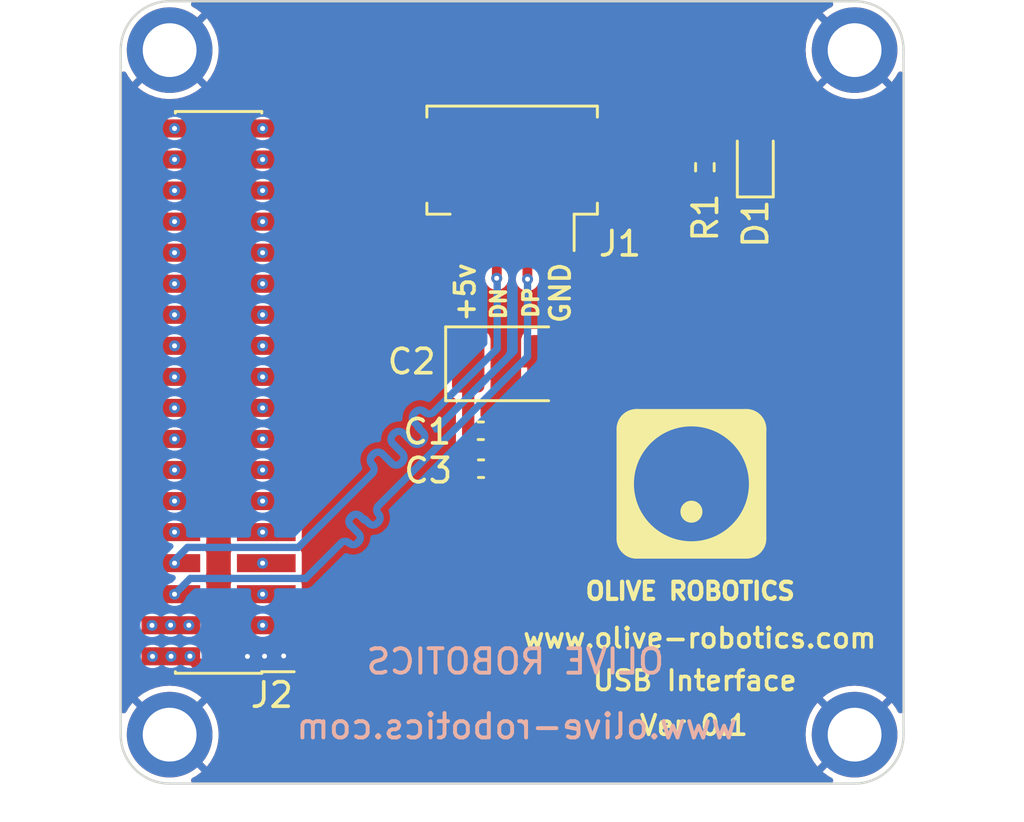
<source format=kicad_pcb>
(kicad_pcb (version 20221018) (generator pcbnew)
  (layers (0 "F.Cu" signal) (31 "B.Cu" signal) (34 "B.Paste" user) (35 "F.Paste" user) (36 "B.SilkS" user "B.Silkscreen") (37 "F.SilkS" user "F.Silkscreen") (38 "B.Mask" user) (39 "F.Mask" user) (44 "Edge.Cuts" user))
  (net 0 "")
  (net 1 "GND")
  (net 2 "+5V")
  (net 3 "+3V3")
  (net 4 "/I2C1_SCL")
  (net 5 "/I2C1_SDA")
  (net 6 "Net-(D1-K)")
  (net 7 "/USB_OSD_D_N")
  (net 8 "/USB_OSD_D_P")
  (net 9 "/CAN_ST")
  (net 10 "/CAN_RX")
  (net 11 "/OSD_ADC_1")
  (net 12 "/CAN_TX")
  (net 13 "/OSD_ADC_0")
  (net 14 "/I2C6_SDA")
  (net 15 "/I2C6_SCL")
  (net 16 "/TTL_TXD")
  (net 17 "/TTL_RXD")
  (net 18 "/USB_OSD1_D_P")
  (net 19 "/USB_OSD1_D_N")
  (net 20 "/OSD_PWM_3")
  (net 21 "/OSD_ADC_6")
  (net 22 "/OSD_ADC_5")
  (net 23 "/OSD_ADC_7")
  (net 24 "/OSD_ADC_3")
  (net 25 "/OSD_ADC_2")
  (net 26 "/OSD_PWM_2")
  (net 27 "/OSD_ADC_4")
  (net 28 "/OSD_PWM_1")
  (net 29 "/OSD_PWM_0")
  (net 30 "/OSD_PWM_7")
  (net 31 "/OSD_PWM_6")
  (net 32 "/OSD_PWM_4")
  (net 33 "/OSD_PWM_5")
  (net 34 "/SPI-NSS")
  (net 35 "/SPI-CLK")
  (net 36 "/SPI-MISO")
  (net 37 "/SPI-MOSI")
  (footprint "Connector_PinHeader_1.27mm:PinHeader_2x18_P1.27mm_Vertical_SMD" (layer "F.Cu") (at 4 -16 180)
    (fp_text reference "J2" (at -2.18 -12.38 180) (layer "F.SilkS"))
    (fp_text value "Conn_02x18_Odd_Even")
    (fp_line (start -3.09 -11.425) (end -1.765 -11.425) (stroke (width 0.12)) (layer "F.SilkS"))
    (fp_line (start -1.765 -11.49) (end -1.765 -11.425) (stroke (width 0.12)) (layer "F.SilkS"))
    (fp_line (start -1.765 -11.49) (end 1.765 -11.49) (stroke (width 0.12)) (layer "F.SilkS"))
    (fp_line (start -1.765 11.425) (end -1.765 11.49) (stroke (width 0.12)) (layer "F.SilkS"))
    (fp_line (start -1.765 11.49) (end 1.765 11.49) (stroke (width 0.12)) (layer "F.SilkS"))
    (fp_line (start 1.765 -11.49) (end 1.765 -11.425) (stroke (width 0.12)) (layer "F.SilkS"))
    (fp_line (start 1.765 11.425) (end 1.765 11.49) (stroke (width 0.12)) (layer "F.SilkS"))
    (pad "1" smd rect (at -1.95 -10.795 180) (size 2.4 0.74) (layers "F.Cu" "F.Paste" "F.Mask") (net 1 "GND"))
    (pad "2" smd rect (at 1.95 -10.795 180) (size 2.4 0.74) (layers "F.Cu" "F.Paste" "F.Mask") (net 2 "+5V"))
    (pad "3" smd rect (at -1.95 -9.525 180) (size 2.4 0.74) (layers "F.Cu" "F.Paste" "F.Mask") (net 9 "/CAN_ST"))
    (pad "4" smd rect (at 1.95 -9.525 180) (size 2.4 0.74) (layers "F.Cu" "F.Paste" "F.Mask") (net 3 "+3V3"))
    (pad "5" smd rect (at -1.95 -8.255 180) (size 2.4 0.74) (layers "F.Cu" "F.Paste" "F.Mask") (net 34 "/SPI-NSS"))
    (pad "6" smd rect (at 1.95 -8.255 180) (size 2.4 0.74) (layers "F.Cu" "F.Paste" "F.Mask") (net 18 "/USB_OSD1_D_P"))
    (pad "7" smd rect (at -1.95 -6.985 180) (size 2.4 0.74) (layers "F.Cu" "F.Paste" "F.Mask") (net 35 "/SPI-CLK"))
    (pad "8" smd rect (at 1.95 -6.985 180) (size 2.4 0.74) (layers "F.Cu" "F.Paste" "F.Mask") (net 19 "/USB_OSD1_D_N"))
    (pad "9" smd rect (at -1.95 -5.715 180) (size 2.4 0.74) (layers "F.Cu" "F.Paste" "F.Mask") (net 36 "/SPI-MISO"))
    (pad "10" smd rect (at 1.95 -5.715 180) (size 2.4 0.74) (layers "F.Cu" "F.Paste" "F.Mask") (net 8 "/USB_OSD_D_P"))
    (pad "11" smd rect (at -1.95 -4.445 180) (size 2.4 0.74) (layers "F.Cu" "F.Paste" "F.Mask") (net 37 "/SPI-MOSI"))
    (pad "12" smd rect (at 1.95 -4.445 180) (size 2.4 0.74) (layers "F.Cu" "F.Paste" "F.Mask") (net 7 "/USB_OSD_D_N"))
    (pad "13" smd rect (at -1.95 -3.175 180) (size 2.4 0.74) (layers "F.Cu" "F.Paste" "F.Mask") (net 5 "/I2C1_SDA"))
    (pad "14" smd rect (at 1.95 -3.175 180) (size 2.4 0.74) (layers "F.Cu" "F.Paste" "F.Mask") (net 14 "/I2C6_SDA"))
    (pad "15" smd rect (at -1.95 -1.905 180) (size 2.4 0.74) (layers "F.Cu" "F.Paste" "F.Mask") (net 4 "/I2C1_SCL"))
    (pad "16" smd rect (at 1.95 -1.905 180) (size 2.4 0.74) (layers "F.Cu" "F.Paste" "F.Mask") (net 15 "/I2C6_SCL"))
    (pad "17" smd rect (at -1.95 -0.635 180) (size 2.4 0.74) (layers "F.Cu" "F.Paste" "F.Mask") (net 10 "/CAN_RX"))
    (pad "18" smd rect (at 1.95 -0.635 180) (size 2.4 0.74) (layers "F.Cu" "F.Paste" "F.Mask") (net 17 "/TTL_RXD"))
    (pad "19" smd rect (at -1.95 0.635 180) (size 2.4 0.74) (layers "F.Cu" "F.Paste" "F.Mask") (net 12 "/CAN_TX"))
    (pad "20" smd rect (at 1.95 0.635 180) (size 2.4 0.74) (layers "F.Cu" "F.Paste" "F.Mask") (net 16 "/TTL_TXD"))
    (pad "21" smd rect (at -1.95 1.905 180) (size 2.4 0.74) (layers "F.Cu" "F.Paste" "F.Mask") (net 29 "/OSD_PWM_0"))
    (pad "22" smd rect (at 1.95 1.905 180) (size 2.4 0.74) (layers "F.Cu" "F.Paste" "F.Mask") (net 23 "/OSD_ADC_7"))
    (pad "23" smd rect (at -1.95 3.175 180) (size 2.4 0.74) (layers "F.Cu" "F.Paste" "F.Mask") (net 28 "/OSD_PWM_1"))
    (pad "24" smd rect (at 1.95 3.175 180) (size 2.4 0.74) (layers "F.Cu" "F.Paste" "F.Mask") (net 21 "/OSD_ADC_6"))
    (pad "25" smd rect (at -1.95 4.445 180) (size 2.4 0.74) (layers "F.Cu" "F.Paste" "F.Mask") (net 26 "/OSD_PWM_2"))
    (pad "26" smd rect (at 1.95 4.445 180) (size 2.4 0.74) (layers "F.Cu" "F.Paste" "F.Mask") (net 22 "/OSD_ADC_5"))
    (pad "27" smd rect (at -1.95 5.715 180) (size 2.4 0.74) (layers "F.Cu" "F.Paste" "F.Mask") (net 20 "/OSD_PWM_3"))
    (pad "28" smd rect (at 1.95 5.715 180) (size 2.4 0.74) (layers "F.Cu" "F.Paste" "F.Mask") (net 27 "/OSD_ADC_4"))
    (pad "29" smd rect (at -1.95 6.985 180) (size 2.4 0.74) (layers "F.Cu" "F.Paste" "F.Mask") (net 32 "/OSD_PWM_4"))
    (pad "30" smd rect (at 1.95 6.985 180) (size 2.4 0.74) (layers "F.Cu" "F.Paste" "F.Mask") (net 24 "/OSD_ADC_3"))
    (pad "31" smd rect (at -1.95 8.255 180) (size 2.4 0.74) (layers "F.Cu" "F.Paste" "F.Mask") (net 33 "/OSD_PWM_5"))
    (pad "32" smd rect (at 1.95 8.255 180) (size 2.4 0.74) (layers "F.Cu" "F.Paste" "F.Mask") (net 25 "/OSD_ADC_2"))
    (pad "33" smd rect (at -1.95 9.525 180) (size 2.4 0.74) (layers "F.Cu" "F.Paste" "F.Mask") (net 31 "/OSD_PWM_6"))
    (pad "34" smd rect (at 1.95 9.525 180) (size 2.4 0.74) (layers "F.Cu" "F.Paste" "F.Mask") (net 11 "/OSD_ADC_1"))
    (pad "35" smd rect (at -1.95 10.795 180) (size 2.4 0.74) (layers "F.Cu" "F.Paste" "F.Mask") (net 30 "/OSD_PWM_7"))
    (pad "36" smd rect (at 1.95 10.795 180) (size 2.4 0.74) (layers "F.Cu" "F.Paste" "F.Mask") (net 13 "/OSD_ADC_0"))
  )
  (footprint "Capacitor_Tantalum_SMD:CP_EIA-3528-21_Kemet-B" (layer "F.Cu") (at 15.7425 -17.17)
    (fp_text reference "C2" (at -3.8475 -0.09) (layer "F.SilkS"))
    (fp_text value "100uF")
    (fp_line (start -2.46 -1.51) (end -2.46 1.51) (stroke (width 0.12)) (layer "F.SilkS"))
    (fp_line (start -2.46 1.51) (end 1.75 1.51) (stroke (width 0.12)) (layer "F.SilkS"))
    (fp_line (start 1.75 -1.51) (end -2.46 -1.51) (stroke (width 0.12)) (layer "F.SilkS"))
    (pad "1" smd roundrect (at -1.5375 0) (size 1.325 2.35) (layers "F.Cu" "F.Paste" "F.Mask") (roundrect_rratio 0.1886792453) (net 2 "+5V"))
    (pad "2" smd roundrect (at 1.5375 0) (size 1.325 2.35) (layers "F.Cu" "F.Paste" "F.Mask") (roundrect_rratio 0.1886792453) (net 1 "GND"))
  )
  (footprint "MountingHole:MountingHole_2.2mm_M2_ISO7380_Pad" (layer "F.Cu") (at 2 -30)
    (fp_text reference "H3" hide)
    (fp_text value "MountingHole_Pad")
    (pad "1" thru_hole circle locked (at 0 0) (size 3.5 3.5) (drill 2.2) (layers "*.Cu" "*.Mask") (net 1 "GND"))
  )
  (footprint "Capacitor_SMD:C_0402_1005Metric" (layer "F.Cu") (at 14.73 -12.88)
    (fp_text reference "C3" (at -2.16 0.08) (layer "F.SilkS"))
    (fp_text value "100nF")
    (fp_line (start -0.107836 -0.36) (end 0.107836 -0.36) (stroke (width 0.12)) (layer "F.SilkS"))
    (fp_line (start -0.107836 0.36) (end 0.107836 0.36) (stroke (width 0.12)) (layer "F.SilkS"))
    (pad "1" smd roundrect (at -0.48 0) (size 0.56 0.62) (layers "F.Cu" "F.Paste" "F.Mask") (net 2 "+5V"))
    (pad "2" smd roundrect (at 0.48 0) (size 0.56 0.62) (layers "F.Cu" "F.Paste" "F.Mask") (net 1 "GND"))
  )
  (footprint "Symbol:OLV-Logo_6x6mm_SilkScreen" (layer "F.Cu") (at 23.33 -12.26)
    (fp_text reference "REF**" hide)
    (fp_text value "OLV-Logo_6x6mm_SilkScreen" hide)
    (fp_line (start -3.000443 2.22) (end -3 -2.22) (stroke (width 0.12)) (layer "F.SilkS"))
    (fp_line (start -2.24 -3) (end 2.18 -3) (stroke (width 0.12)) (layer "F.SilkS"))
    (fp_line (start 2.22 3.000443) (end -2.24 3.000443) (stroke (width 0.12)) (layer "F.SilkS"))
    (fp_line (start 3.000443 -2.26) (end 3.000443 2.200443) (stroke (width 0.12)) (layer "F.SilkS"))
    (fp_arc (start -3 -2.2) (mid -2.779557 -2.779557) (end -2.2 -3) (stroke (width 0.12)) (layer "F.SilkS"))
    (fp_arc (start -2.200443 3.000443) (mid -2.78 2.78) (end -3.000443 2.200443) (stroke (width 0.12)) (layer "F.SilkS"))
    (fp_arc (start 2.200443 -3.000443) (mid 2.78 -2.78) (end 3.000443 -2.200443) (stroke (width 0.12)) (layer "F.SilkS"))
    (fp_arc (start 3.000443 2.200443) (mid 2.78 2.78) (end 2.200443 3.000443) (stroke (width 0.12)) (layer "F.SilkS"))
    (fp_circle (center 0 0) (end 2.7 0) (stroke (width 0.7)) (fill none) (layer "F.SilkS"))
    (fp_circle (center 0 1.14) (end 0.4 1.14) (stroke (width 0.1)) (fill solid) (layer "F.SilkS"))
    (fp_poly (pts (xy -2.93 -2.32) (xy -2.84 -2.6) (xy -2.54 -2.92) (xy -2.09 -2.98) (xy -0.53 -2.99) (xy -0.41 -2.92) (xy -2.03 -1.43) (xy -2.96 -0.26)) (stroke (width 0.1)) (fill solid) (layer "F.SilkS"))
    (fp_poly (pts (xy -2.3 2.96) (xy -2.58 2.87) (xy -2.9 2.57) (xy -2.96 2.12) (xy -2.97 0.56) (xy -2.9 0.44) (xy -1.41 2.06) (xy -0.24 2.99)) (stroke (width 0.1)) (fill solid) (layer "F.SilkS"))
    (fp_poly (pts (xy 2.3 -2.97) (xy 2.58 -2.88) (xy 2.9 -2.58) (xy 2.96 -2.13) (xy 2.97 -0.57) (xy 2.9 -0.45) (xy 1.41 -2.07) (xy 0.24 -3)) (stroke (width 0.1)) (fill solid) (layer "F.SilkS"))
    (fp_poly (pts (xy 2.95 2.31) (xy 2.86 2.59) (xy 2.56 2.91) (xy 2.11 2.97) (xy 0.55 2.98) (xy 0.43 2.91) (xy 2.05 1.42) (xy 2.98 0.25)) (stroke (width 0.1)) (fill solid) (layer "F.SilkS"))
  )
  (footprint "MountingHole:MountingHole_2.2mm_M2_ISO7380_Pad" (layer "F.Cu") (at 2 -2)
    (fp_text reference "H1" hide)
    (fp_text value "MountingHole_Pad")
    (pad "1" thru_hole circle locked (at 0 0) (size 3.5 3.5) (drill 2.2) (layers "*.Cu" "*.Mask") (net 1 "GND"))
  )
  (footprint "MountingHole:MountingHole_2.2mm_M2_ISO7380_Pad" (layer "F.Cu") (at 30 -30)
    (fp_text reference "H4" hide)
    (fp_text value "MountingHole_Pad")
    (pad "1" thru_hole circle locked (at 0 0) (size 3.5 3.5) (drill 2.2) (layers "*.Cu" "*.Mask") (net 1 "GND"))
  )
  (footprint "Resistor_SMD:R_0402_1005Metric" (layer "F.Cu") (at 23.88 -25.21 -90)
    (fp_text reference "R1" (at 2.06 -0.02 90) (layer "F.SilkS"))
    (fp_text value "1K")
    (fp_line (start -0.153641 -0.38) (end 0.153641 -0.38) (stroke (width 0.12)) (layer "F.SilkS"))
    (fp_line (start -0.153641 0.38) (end 0.153641 0.38) (stroke (width 0.12)) (layer "F.SilkS"))
    (pad "1" smd roundrect (at -0.51 0 270) (size 0.54 0.64) (layers "F.Cu" "F.Paste" "F.Mask") (net 1 "GND"))
    (pad "2" smd roundrect (at 0.51 0 270) (size 0.54 0.64) (layers "F.Cu" "F.Paste" "F.Mask") (net 6 "Net-(D1-K)"))
  )
  (footprint "MountingHole:MountingHole_2.2mm_M2_ISO7380_Pad" (layer "F.Cu") (at 30 -2)
    (fp_text reference "H2" hide)
    (fp_text value "MountingHole_Pad")
    (pad "1" thru_hole circle locked (at 0 0) (size 3.5 3.5) (drill 2.2) (layers "*.Cu" "*.Mask") (net 1 "GND"))
  )
  (footprint "LED_SMD:LED_0603_1608Metric" (layer "F.Cu") (at 25.94 -25.48 90)
    (fp_text reference "D1" (at -2.58 0.01 90) (layer "F.SilkS"))
    (fp_text value "LED")
    (fp_line (start -1.485 -0.735) (end -1.485 0.735) (stroke (width 0.12)) (layer "F.SilkS"))
    (fp_line (start -1.485 0.735) (end 0.8 0.735) (stroke (width 0.12)) (layer "F.SilkS"))
    (fp_line (start 0.8 -0.735) (end -1.485 -0.735) (stroke (width 0.12)) (layer "F.SilkS"))
    (pad "1" smd roundrect (at -0.7875 0 90) (size 0.875 0.95) (layers "F.Cu" "F.Paste" "F.Mask") (net 6 "Net-(D1-K)"))
    (pad "2" smd roundrect (at 0.7875 0 90) (size 0.875 0.95) (layers "F.Cu" "F.Paste" "F.Mask") (net 2 "+5V"))
  )
  (footprint "Capacitor_SMD:C_0402_1005Metric" (layer "F.Cu") (at 14.72 -14.43)
    (fp_text reference "C1" (at -2.19 0.04) (layer "F.SilkS"))
    (fp_text value "100nF")
    (fp_line (start -0.107836 -0.36) (end 0.107836 -0.36) (stroke (width 0.12)) (layer "F.SilkS"))
    (fp_line (start -0.107836 0.36) (end 0.107836 0.36) (stroke (width 0.12)) (layer "F.SilkS"))
    (pad "1" smd roundrect (at -0.48 0) (size 0.56 0.62) (layers "F.Cu" "F.Paste" "F.Mask") (net 2 "+5V"))
    (pad "2" smd roundrect (at 0.48 0) (size 0.56 0.62) (layers "F.Cu" "F.Paste" "F.Mask") (net 1 "GND"))
  )
  (footprint "Connector_Molex:Molex_PicoBlade_53261-0471_1x04-1MP_P1.25mm_Horizontal" (layer "F.Cu") (at 16 -25 180)
    (fp_text reference "J1" (at -4.41 -2.92) (layer "F.SilkS"))
    (fp_text value "Conn_01x04_Male")
    (fp_line (start -3.485 -1.71) (end -2.535 -1.71) (stroke (width 0.12)) (layer "F.SilkS"))
    (fp_line (start -3.485 -1.26) (end -3.485 -1.71) (stroke (width 0.12)) (layer "F.SilkS"))
    (fp_line (start -3.485 2.26) (end -3.485 2.71) (stroke (width 0.12)) (layer "F.SilkS"))
    (fp_line (start -3.485 2.71) (end 3.485 2.71) (stroke (width 0.12)) (layer "F.SilkS"))
    (fp_line (start -2.535 -1.71) (end -2.535 -3.2) (stroke (width 0.12)) (layer "F.SilkS"))
    (fp_line (start 3.485 -1.71) (end 2.535 -1.71) (stroke (width 0.12)) (layer "F.SilkS"))
    (fp_line (start 3.485 -1.26) (end 3.485 -1.71) (stroke (width 0.12)) (layer "F.SilkS"))
    (fp_line (start 3.485 2.71) (end 3.485 2.26) (stroke (width 0.12)) (layer "F.SilkS"))
    (pad "1" smd roundrect (at -1.875 -2.4 180) (size 0.8 1.6) (layers "F.Cu" "F.Paste" "F.Mask") (net 1 "GND"))
    (pad "2" smd roundrect (at -0.625 -2.4 180) (size 0.8 1.6) (layers "F.Cu" "F.Paste" "F.Mask") (net 18 "/USB_OSD1_D_P"))
    (pad "3" smd roundrect (at 0.625 -2.4 180) (size 0.8 1.6) (layers "F.Cu" "F.Paste" "F.Mask") (net 19 "/USB_OSD1_D_N"))
    (pad "4" smd roundrect (at 1.875 -2.4 180) (size 0.8 1.6) (layers "F.Cu" "F.Paste" "F.Mask") (net 2 "+5V"))
    (pad "MP" smd roundrect (at -4.425 0.5 180) (size 2.1 3) (layers "F.Cu" "F.Paste" "F.Mask") (roundrect_rratio 0.1190480952))
    (pad "MP" smd roundrect (at 4.425 0.5 180) (size 2.1 3) (layers "F.Cu" "F.Paste" "F.Mask") (roundrect_rratio 0.1190480952))
  )
  (gr_arc locked (start 32 -2) (mid 31.414214 -0.585786) (end 30 0) (stroke (width 0.1)) (layer "Edge.Cuts"))
  (gr_line locked (start 30 -32) (end 2 -32) (stroke (width 0.1)) (layer "Edge.Cuts"))
  (gr_arc locked (start 30 -32) (mid 31.414214 -31.414214) (end 32 -30) (stroke (width 0.1)) (layer "Edge.Cuts"))
  (gr_arc locked (start 2 0) (mid 0.585787 -0.585786) (end 0.000001 -2) (stroke (width 0.1)) (layer "Edge.Cuts"))
  (gr_line (start 0 -30) (end 0.000001 -2) (stroke (width 0.1)) (layer "Edge.Cuts"))
  (gr_line (start 30 0) (end 2 0) (stroke (width 0.1)) (layer "Edge.Cuts"))
  (gr_line (start 32 -2) (end 32 -30) (stroke (width 0.1)) (layer "Edge.Cuts"))
  (gr_arc locked (start 0 -30) (mid 0.585786 -31.414214) (end 2 -32) (stroke (width 0.1)) (layer "Edge.Cuts"))
  (gr_text "www.olive-robotics.com" (at 16.19 -2.34) (layer "B.SilkS") (effects (font (size 1 1) (thickness 0.16)) (justify mirror)))
  (gr_text "OLIVE ROBOTICS" (at 16.13 -4.99) (layer "B.SilkS") (effects (font (size 1 1) (thickness 0.16)) (justify mirror)))
  (gr_text "OLIVE ROBOTICS" (at 23.28 -7.87) (layer "F.SilkS") (effects (font (size 0.7 0.7) (thickness 0.175))))
  (gr_text "www.olive-robotics.com" (at 23.67 -5.95) (layer "F.SilkS") (effects (font (size 0.8 0.8))))
  (gr_text "USB Interface" (at 23.47 -4.21) (layer "F.SilkS") (effects (font (size 0.8 0.8))))
  (gr_text "GND" (at 17.97 -20.07 90) (layer "F.SilkS") (effects (font (size 0.8 0.8))))
  (gr_text "Ver 0.1" (at 23.43 -2.38) (layer "F.SilkS") (effects (font (size 0.8 0.8))))
  (gr_text "+5v" (at 14.08 -20.09 90) (layer "F.SilkS") (effects (font (size 0.8 0.8))))
  (gr_text "DN" (at 15.45 -19.63 90) (layer "F.SilkS") (effects (font (size 0.6 0.6))))
  (gr_text "DP" (at 16.77 -19.67 90) (layer "F.SilkS") (effects (font (size 0.6 0.6))))
  (segment (start 29.532625 -30.415787) (end 29.950209 -29.998203) (width 0.2) (layer "F.Cu") (net 1))
  (segment (start 29.998203 -29.998203) (end 30 -30) (width 0.1) (layer "F.Cu") (net 1))
  (segment (start 29.950209 -29.998203) (end 29.998203 -29.998203) (width 0.1) (layer "F.Cu") (net 1))
  (via (at 5.18 -5.2) (size 0.45) (drill 0.2) (layers "F.Cu" "B.Cu") (net 1))
  (via (at 5.88 -5.21) (size 0.45) (drill 0.2) (layers "F.Cu" "B.Cu") (net 1))
  (via (at 6.66 -5.22) (size 0.45) (drill 0.2) (layers "F.Cu" "B.Cu") (net 1))
  (segment (start 24.52 -29.8) (end 16.35 -29.8) (width 0.4) (layer "F.Cu") (net 2))
  (segment (start 14.15 -22.145) (end 14.15 -17.86) (width 0.5) (layer "F.Cu") (net 2))
  (segment (start 25.94 -26.2675) (end 25.94 -28.38) (width 0.4) (layer "F.Cu") (net 2))
  (segment (start 14.275 -27.725) (end 14.275 -22.27) (width 0.4) (layer "F.Cu") (net 2))
  (segment (start 6.25 -1.78) (end 12.01 -1.78) (width 0.5) (layer "F.Cu") (net 2))
  (segment (start 14.205 -3.975) (end 14.205 -17.17) (width 0.5) (layer "F.Cu") (net 2))
  (segment (start 2.83 -5.21) (end 2.83 -5.2) (width 0.5) (layer "F.Cu") (net 2))
  (segment (start 25.94 -28.38) (end 24.52 -29.8) (width 0.4) (layer "F.Cu") (net 2))
  (segment (start 14.275 -22.27) (end 14.15 -22.145) (width 0.5) (layer "F.Cu") (net 2))
  (segment (start 12.01 -1.78) (end 14.205 -3.975) (width 0.5) (layer "F.Cu") (net 2))
  (segment (start 2.83 -5.2) (end 6.25 -1.78) (width 0.5) (layer "F.Cu") (net 2))
  (segment (start 16.35 -29.8) (end 14.275 -27.725) (width 0.4) (layer "F.Cu") (net 2))
  (via (at 1.3 -5.2) (size 0.45) (drill 0.2) (layers "F.Cu" "B.Cu") (net 2))
  (via (at 2.06 -5.205) (size 0.45) (drill 0.2) (layers "F.Cu" "B.Cu") (net 2))
  (via (at 2.83 -5.21) (size 0.45) (drill 0.2) (layers "F.Cu" "B.Cu") (net 2))
  (via (at 1.28 -6.47) (size 0.45) (drill 0.2) (layers "F.Cu" "B.Cu") (net 3))
  (via (at 2.04 -6.48) (size 0.45) (drill 0.2) (layers "F.Cu" "B.Cu") (net 3))
  (via (at 2.784602 -6.475) (size 0.45) (drill 0.2) (layers "F.Cu" "B.Cu") (net 3))
  (via (at 5.8 -14.095) (size 0.45) (drill 0.2) (layers "F.Cu" "B.Cu") (net 4))
  (via (at 5.8 -12.825) (size 0.45) (drill 0.2) (layers "F.Cu" "B.Cu") (net 5))
  (segment (start 23.88 -24.7) (end 25.9325 -24.7) (width 0.4) (layer "F.Cu") (net 6))
  (segment (start 25.9325 -24.7) (end 25.94 -24.6925) (width 0.1) (layer "F.Cu") (net 6))
  (via (at 2.2 -11.555) (size 0.45) (drill 0.2) (layers "F.Cu" "B.Cu") (net 7))
  (via (at 2.2 -10.285) (size 0.45) (drill 0.2) (layers "F.Cu" "B.Cu") (net 8))
  (segment (start 5.955 -6.47) (end 5.95 -6.475) (width 0.5) (layer "F.Cu") (net 9))
  (via (at 5.8 -6.475) (size 0.45) (drill 0.2) (layers "F.Cu" "B.Cu") (net 9))
  (via (at 5.8 -15.365) (size 0.45) (drill 0.2) (layers "F.Cu" "B.Cu") (net 10))
  (via (at 2.2 -25.525) (size 0.45) (drill 0.2) (layers "F.Cu" "B.Cu") (net 11))
  (via (at 5.8 -16.635) (size 0.45) (drill 0.2) (layers "F.Cu" "B.Cu") (net 12))
  (via (at 2.2 -26.795) (size 0.45) (drill 0.2) (layers "F.Cu" "B.Cu") (net 13))
  (via (at 2.2 -12.825) (size 0.45) (drill 0.2) (layers "F.Cu" "B.Cu") (net 14))
  (via (at 2.2 -14.095) (size 0.45) (drill 0.2) (layers "F.Cu" "B.Cu") (net 15))
  (via (at 2.2 -16.635) (size 0.45) (drill 0.2) (layers "F.Cu" "B.Cu") (net 16))
  (via (at 2.2 -15.365) (size 0.45) (drill 0.2) (layers "F.Cu" "B.Cu") (net 17))
  (segment (start 16.625 -22.6) (end 16.625 -20.635) (width 0.4) (layer "F.Cu") (net 18))
  (segment (start 16.625 -20.635) (end 16.63 -20.63) (width 0.2) (layer "F.Cu") (net 18))
  (segment (start 16.63 -20.63) (end 16.63 -20.6) (width 0.2) (layer "F.Cu") (net 18))
  (via (at 16.63 -20.63) (size 0.45) (drill 0.2) (layers "F.Cu" "B.Cu") (net 18))
  (via (at 2.2 -7.745) (size 0.45) (drill 0.2) (layers "F.Cu" "B.Cu") (net 18))
  (segment (start 10.534999 -11.034165) (end 10.535 -11.034164) (width 0.3) (layer "B.Cu") (net 18))
  (segment (start 9.455381 -10.947054) (end 9.455382 -10.947054) (width 0.3) (layer "B.Cu") (net 18))
  (segment (start 9.455382 -10.947054) (end 9.397308 -10.88898) (width 0.3) (layer "B.Cu") (net 18))
  (segment (start 9.397309 -10.558145) (end 9.397308 -10.558145) (width 0.3) (layer "B.Cu") (net 18))
  (segment (start 10.146089 -10.645252) (end 9.980671 -10.81067) (width 0.3) (layer "B.Cu") (net 18))
  (segment (start 9.728143 -9.89647) (end 9.728144 -9.896472) (width 0.3) (layer "B.Cu") (net 18))
  (segment (start 8.142504 -8.972504) (end 7.56 -8.39) (width 0.3) (layer "B.Cu") (net 18))
  (segment (start 9.397308 -10.558145) (end 9.728143 -10.227306) (width 0.3) (layer "B.Cu") (net 18))
  (segment (start 15.4 -16.23) (end 16.63 -17.46) (width 0.3) (layer "B.Cu") (net 18))
  (segment (start 7.56 -8.39) (end 2.845 -8.39) (width 0.3) (layer "B.Cu") (net 18))
  (segment (start 9.951636 -10.781636) (end 9.786217 -10.947054) (width 0.3) (layer "B.Cu") (net 18))
  (segment (start 9.728144 -9.896472) (end 9.67007 -9.838398) (width 0.3) (layer "B.Cu") (net 18))
  (segment (start 15.4 -16.23) (end 10.535 -11.365) (width 0.3) (layer "B.Cu") (net 18))
  (segment (start 9.980671 -10.81067) (end 9.951636 -10.781636) (width 0.3) (layer "B.Cu") (net 18))
  (segment (start 10.14609 -10.645253) (end 10.146091 -10.645253) (width 0.3) (layer "B.Cu") (net 18))
  (segment (start 2.845 -8.39) (end 2.2 -7.745) (width 0.3) (layer "B.Cu") (net 18))
  (segment (start 15.4 -16.24) (end 15.4 -16.23) (width 0.3) (layer "B.Cu") (net 18))
  (segment (start 10.535 -11.034164) (end 10.534999 -11.034162) (width 0.3) (layer "B.Cu") (net 18))
  (segment (start 9.339234 -9.838397) (end 9.339234 -9.838398) (width 0.3) (layer "B.Cu") (net 18))
  (segment (start 9.339235 -9.838399) (end 9.339234 -9.838397) (width 0.3) (layer "B.Cu") (net 18))
  (segment (start 10.534999 -10.703326) (end 10.476925 -10.645252) (width 0.3) (layer "B.Cu") (net 18))
  (segment (start 9.008398 -9.838398) (end 8.142504 -8.972504) (width 0.3) (layer "B.Cu") (net 18))
  (segment (start 10.146091 -10.645253) (end 10.146089 -10.645252) (width 0.3) (layer "B.Cu") (net 18))
  (segment (start 16.63 -17.46) (end 16.63 -20.63) (width 0.3) (layer "B.Cu") (net 18))
  (arc (start 10.476925 -10.645252) (mid 10.311507 -10.576734) (end 10.14609 -10.645253) (width 0.3) (layer "B.Cu") (net 18))
  (arc (start 9.67007 -9.838398) (mid 9.504652 -9.76988) (end 9.339235 -9.838399) (width 0.3) (layer "B.Cu") (net 18))
  (arc (start 9.339234 -9.838398) (mid 9.173816 -9.906916) (end 9.008398 -9.838398) (width 0.3) (layer "B.Cu") (net 18))
  (arc (start 9.397308 -10.88898) (mid 9.32879 -10.723562) (end 9.397309 -10.558145) (width 0.3) (layer "B.Cu") (net 18))
  (arc (start 10.534999 -11.034162) (mid 10.603517 -10.868744) (end 10.534999 -10.703326) (width 0.3) (layer "B.Cu") (net 18))
  (arc (start 9.786217 -10.947054) (mid 9.620799 -11.015572) (end 9.455381 -10.947054) (width 0.3) (layer "B.Cu") (net 18))
  (arc (start 9.728143 -10.227306) (mid 9.796661 -10.061888) (end 9.728143 -9.89647) (width 0.3) (layer "B.Cu") (net 18))
  (arc (start 10.535 -11.365) (mid 10.466481 -11.199583) (end 10.534999 -11.034165) (width 0.3) (layer "B.Cu") (net 18))
  (segment (start 15.375 -22.6) (end 15.375 -20.675) (width 0.4) (layer "F.Cu") (net 19))
  (segment (start 15.375 -20.675) (end 15.37 -20.67) (width 0.2) (layer "F.Cu") (net 19))
  (via (at 15.37 -20.67) (size 0.45) (drill 0.2) (layers "F.Cu" "B.Cu") (net 19))
  (via (at 2.2 -9.015) (size 0.45) (drill 0.2) (layers "F.Cu" "B.Cu") (net 19))
  (segment (start 15.39 -20.65) (end 15.37 -20.67) (width 0.3) (layer "B.Cu") (net 19))
  (segment (start 15.31 -17.71) (end 15.39 -17.79) (width 0.3) (layer "B.Cu") (net 19))
  (segment (start 11.127742 -13.902397) (end 11.502395 -13.52774) (width 0.3) (layer "B.Cu") (net 19))
  (segment (start 12.001081 -14.775735) (end 12.00108 -14.775735) (width 0.3) (layer "B.Cu") (net 19))
  (segment (start 12.188407 -14.588407) (end 12.163602 -14.563602) (width 0.3) (layer "B.Cu") (net 19))
  (segment (start 11.177352 -14.326662) (end 11.127742 -14.277052) (width 0.3) (layer "B.Cu") (net 19))
  (segment (start 11.739335 -14.139335) (end 11.552007 -14.326662) (width 0.3) (layer "B.Cu") (net 19))
  (segment (start 11.078131 -13.103477) (end 11.07813 -13.103475) (width 0.3) (layer "B.Cu") (net 19))
  (segment (start 11.07813 -13.103475) (end 10.890802 -13.290802) (width 0.3) (layer "B.Cu") (net 19))
  (segment (start 10.27921 -13.053864) (end 10.279209 -13.053864) (width 0.3) (layer "B.Cu") (net 19))
  (segment (start 7.26 -9.66) (end 2.73 -9.66) (width 0.3) (layer "B.Cu") (net 19))
  (segment (start 10.890802 -13.290802) (end 10.703474 -13.478129) (width 0.3) (layer "B.Cu") (net 19))
  (segment (start 12.425345 -15.199999) (end 12.425345 -15.2) (width 0.3) (layer "B.Cu") (net 19))
  (segment (start 2.2 -9.13) (end 2.2 -9.015) (width 0.3) (layer "B.Cu") (net 19))
  (segment (start 10.279209 -12.679209) (end 7.26 -9.66) (width 0.3) (layer "B.Cu") (net 19))
  (segment (start 12.05069 -15.2) (end 12.00108 -15.15039) (width 0.3) (layer "B.Cu") (net 19))
  (segment (start 11.926663 -13.952008) (end 11.739335 -14.139335) (width 0.3) (layer "B.Cu") (net 19))
  (segment (start 12.050689 -15.2) (end 12.05069 -15.2) (width 0.3) (layer "B.Cu") (net 19))
  (segment (start 12.00108 -14.775735) (end 12.188407 -14.588407) (width 0.3) (layer "B.Cu") (net 19))
  (segment (start 12.163602 -14.563602) (end 12.350928 -14.376273) (width 0.3) (layer "B.Cu") (net 19))
  (segment (start 11.502395 -13.153086) (end 11.502396 -13.153086) (width 0.3) (layer "B.Cu") (net 19))
  (segment (start 11.127743 -13.902397) (end 11.127742 -13.902397) (width 0.3) (layer "B.Cu") (net 19))
  (segment (start 2.73 -9.66) (end 2.2 -9.13) (width 0.3) (layer "B.Cu") (net 19))
  (segment (start 10.279209 -12.679208) (end 10.279209 -12.679209) (width 0.3) (layer "B.Cu") (net 19))
  (segment (start 15.32 -17.71) (end 15.31 -17.71) (width 0.3) (layer "B.Cu") (net 19))
  (segment (start 11.926664 -13.95201) (end 11.926663 -13.952008) (width 0.3) (layer "B.Cu") (net 19))
  (segment (start 11.177353 -14.326662) (end 11.177352 -14.326662) (width 0.3) (layer "B.Cu") (net 19))
  (segment (start 10.32882 -13.478129) (end 10.328819 -13.478129) (width 0.3) (layer "B.Cu") (net 19))
  (segment (start 10.328819 -13.478129) (end 10.279209 -13.428519) (width 0.3) (layer "B.Cu") (net 19))
  (segment (start 11.502396 -13.153086) (end 11.452786 -13.103476) (width 0.3) (layer "B.Cu") (net 19))
  (segment (start 12.350929 -14.001619) (end 12.301319 -13.952009) (width 0.3) (layer "B.Cu") (net 19))
  (segment (start 15.31 -17.71) (end 12.8 -15.2) (width 0.3) (layer "B.Cu") (net 19))
  (segment (start 15.39 -17.79) (end 15.39 -20.65) (width 0.3) (layer "B.Cu") (net 19))
  (segment (start 12.350928 -14.001619) (end 12.350929 -14.001619) (width 0.3) (layer "B.Cu") (net 19))
  (arc (start 10.279209 -13.053864) (mid 10.356803 -12.866536) (end 10.279209 -12.679208) (width 0.3) (layer "B.Cu") (net 19))
  (arc (start 11.552007 -14.326662) (mid 11.36468 -14.404255) (end 11.177353 -14.326662) (width 0.3) (layer "B.Cu") (net 19))
  (arc (start 12.301319 -13.952009) (mid 12.11399 -13.874415) (end 11.926664 -13.95201) (width 0.3) (layer "B.Cu") (net 19))
  (arc (start 11.452786 -13.103476) (mid 11.265457 -13.025882) (end 11.078131 -13.103477) (width 0.3) (layer "B.Cu") (net 19))
  (arc (start 12.8 -15.2) (mid 12.612673 -15.122406) (end 12.425345 -15.199999) (width 0.3) (layer "B.Cu") (net 19))
  (arc (start 10.279209 -13.428519) (mid 10.201616 -13.241191) (end 10.27921 -13.053864) (width 0.3) (layer "B.Cu") (net 19))
  (arc (start 11.127742 -14.277052) (mid 11.050149 -14.089724) (end 11.127743 -13.902397) (width 0.3) (layer "B.Cu") (net 19))
  (arc (start 12.00108 -15.15039) (mid 11.923487 -14.963062) (end 12.001081 -14.775735) (width 0.3) (layer "B.Cu") (net 19))
  (arc (start 10.703474 -13.478129) (mid 10.516147 -13.555722) (end 10.32882 -13.478129) (width 0.3) (layer "B.Cu") (net 19))
  (arc (start 12.350928 -14.376273) (mid 12.428521 -14.188946) (end 12.350928 -14.001619) (width 0.3) (layer "B.Cu") (net 19))
  (arc (start 12.425345 -15.2) (mid 12.238017 -15.277594) (end 12.050689 -15.2) (width 0.3) (layer "B.Cu") (net 19))
  (arc (start 11.502395 -13.52774) (mid 11.579988 -13.340413) (end 11.502395 -13.153086) (width 0.3) (layer "B.Cu") (net 19))
  (via (at 5.8 -21.715) (size 0.45) (drill 0.2) (layers "F.Cu" "B.Cu") (net 20))
  (via (at 2.2 -19.175) (size 0.45) (drill 0.2) (layers "F.Cu" "B.Cu") (net 21))
  (segment (start 2.188573 -19.186427) (end 2.2 -19.175) (width 0.2) (layer "B.Cu") (net 21))
  (via (at 2.2 -20.445) (size 0.45) (drill 0.2) (layers "F.Cu" "B.Cu") (net 22))
  (via (at 2.2 -17.905) (size 0.45) (drill 0.2) (layers "F.Cu" "B.Cu") (net 23))
  (via (at 2.2 -22.985) (size 0.45) (drill 0.2) (layers "F.Cu" "B.Cu") (net 24))
  (via (at 2.2 -24.255) (size 0.45) (drill 0.2) (layers "F.Cu" "B.Cu") (net 25))
  (via (at 5.8 -20.445) (size 0.45) (drill 0.2) (layers "F.Cu" "B.Cu") (net 26))
  (via (at 2.2 -21.715) (size 0.45) (drill 0.2) (layers "F.Cu" "B.Cu") (net 27))
  (via (at 5.8 -19.175) (size 0.45) (drill 0.2) (layers "F.Cu" "B.Cu") (net 28))
  (segment (start 5.825205 -19.200205) (end 5.875205 -19.250205) (width 0.2) (layer "B.Cu") (net 28))
  (segment (start 5.8 -19.175) (end 5.825205 -19.200205) (width 0.1) (layer "B.Cu") (net 28))
  (via (at 5.8 -17.905) (size 0.45) (drill 0.2) (layers "F.Cu" "B.Cu") (net 29))
  (via (at 5.8 -26.795) (size 0.45) (drill 0.2) (layers "F.Cu" "B.Cu") (net 30))
  (via (at 5.8 -25.525) (size 0.45) (drill 0.2) (layers "F.Cu" "B.Cu") (net 31))
  (via (at 5.8 -22.985) (size 0.45) (drill 0.2) (layers "F.Cu" "B.Cu") (net 32))
  (via (at 5.8 -24.255) (size 0.45) (drill 0.2) (layers "F.Cu" "B.Cu") (net 33))
  (via (at 5.8 -7.745) (size 0.45) (drill 0.2) (layers "F.Cu" "B.Cu") (net 34))
  (via (at 5.8 -9.015) (size 0.45) (drill 0.2) (layers "F.Cu" "B.Cu") (net 35))
  (segment (start 5.8 -9.015) (end 5.801759 -9.013241) (width 0.1) (layer "B.Cu") (net 35))
  (via (at 5.8 -10.285) (size 0.45) (drill 0.2) (layers "F.Cu" "B.Cu") (net 36))
  (via (at 5.8 -11.555) (size 0.45) (drill 0.2) (layers "F.Cu" "B.Cu") (net 37))
  (zone (net 1) (net_name "GND") (layers "F&B.Cu") (connect_pads (clearance 0.25)) (min_thickness 0.25) (fill yes (thermal_gap 0.25) (thermal_bridge_width 0.3))
    (polygon (pts (xy 32 0) (xy 0 0) (xy 0 -32) (xy 32 -32)))
  )
)
</source>
